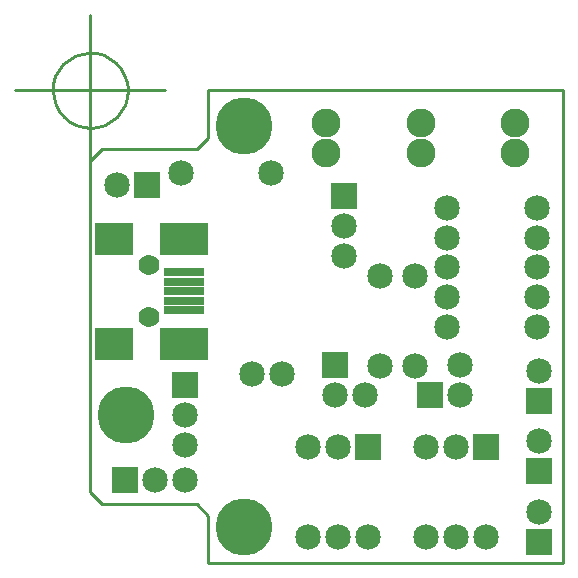
<source format=gts>
G04 (created by PCBNEW-RS274X (2011-nov-30)-testing) date Sun 23 Sep 2012 15:57:18 CEST*
%MOIN*%
G04 Gerber Fmt 3.4, Leading zero omitted, Abs format*
%FSLAX34Y34*%
G01*
G70*
G90*
G04 APERTURE LIST*
%ADD10C,0.006*%
%ADD11C,0.01*%
%ADD12R,0.1338X0.0315*%
%ADD13R,0.1599X0.1087*%
%ADD14R,0.1284X0.1087*%
%ADD15C,0.0694*%
%ADD16R,0.085X0.085*%
%ADD17C,0.085*%
%ADD18C,0.096*%
%ADD19C,0.19*%
G04 APERTURE END LIST*
G54D10*
G54D11*
X5974Y-4724D02*
X5950Y-4966D01*
X5879Y-5200D01*
X5765Y-5415D01*
X5610Y-5604D01*
X5422Y-5760D01*
X5208Y-5876D01*
X4975Y-5948D01*
X4732Y-5973D01*
X4490Y-5951D01*
X4256Y-5882D01*
X4040Y-5769D01*
X3850Y-5617D01*
X3693Y-5430D01*
X3576Y-5216D01*
X3502Y-4983D01*
X3475Y-4741D01*
X3495Y-4499D01*
X3562Y-4264D01*
X3674Y-4047D01*
X3825Y-3856D01*
X4011Y-3698D01*
X4224Y-3579D01*
X4456Y-3504D01*
X4698Y-3475D01*
X4941Y-3493D01*
X5176Y-3559D01*
X5393Y-3669D01*
X5586Y-3819D01*
X5745Y-4004D01*
X5865Y-4216D01*
X5942Y-4448D01*
X5973Y-4690D01*
X5974Y-4724D01*
X2224Y-4724D02*
X7224Y-4724D01*
X4724Y-2224D02*
X4724Y-7224D01*
X5974Y-4724D02*
X5950Y-4966D01*
X5879Y-5200D01*
X5765Y-5415D01*
X5610Y-5604D01*
X5422Y-5760D01*
X5208Y-5876D01*
X4975Y-5948D01*
X4732Y-5973D01*
X4490Y-5951D01*
X4256Y-5882D01*
X4040Y-5769D01*
X3850Y-5617D01*
X3693Y-5430D01*
X3576Y-5216D01*
X3502Y-4983D01*
X3475Y-4741D01*
X3495Y-4499D01*
X3562Y-4264D01*
X3674Y-4047D01*
X3825Y-3856D01*
X4011Y-3698D01*
X4224Y-3579D01*
X4456Y-3504D01*
X4698Y-3475D01*
X4941Y-3493D01*
X5176Y-3559D01*
X5393Y-3669D01*
X5586Y-3819D01*
X5745Y-4004D01*
X5865Y-4216D01*
X5942Y-4448D01*
X5973Y-4690D01*
X5974Y-4724D01*
X2224Y-4724D02*
X7224Y-4724D01*
X4724Y-2224D02*
X4724Y-7224D01*
X4724Y-18111D02*
X4724Y-7087D01*
X5118Y-18505D02*
X4724Y-18111D01*
X8268Y-18505D02*
X5118Y-18505D01*
X8661Y-18898D02*
X8268Y-18505D01*
X8661Y-20472D02*
X8661Y-18898D01*
X20472Y-20472D02*
X8661Y-20472D01*
X20472Y-4724D02*
X20472Y-20472D01*
X8661Y-4724D02*
X20472Y-4724D01*
X8661Y-6300D02*
X8661Y-4724D01*
X8268Y-6693D02*
X8661Y-6300D01*
X5118Y-6693D02*
X8268Y-6693D01*
X4724Y-7087D02*
X5118Y-6693D01*
G54D12*
X7835Y-11417D03*
X7835Y-11732D03*
X7835Y-12047D03*
X7835Y-11102D03*
X7835Y-10787D03*
G54D13*
X7835Y-9665D03*
X7835Y-13169D03*
G54D14*
X5512Y-9665D03*
X5512Y-13169D03*
G54D15*
X6693Y-10551D03*
X6693Y-12283D03*
G54D16*
X7874Y-14551D03*
G54D17*
X7874Y-15551D03*
X7874Y-16551D03*
G54D16*
X13189Y-8252D03*
G54D17*
X13189Y-9252D03*
X13189Y-10252D03*
G54D16*
X19685Y-15067D03*
G54D17*
X19685Y-14067D03*
G54D16*
X19685Y-17429D03*
G54D17*
X19685Y-16429D03*
G54D16*
X19685Y-19791D03*
G54D17*
X19685Y-18791D03*
X16610Y-8661D03*
X19610Y-8661D03*
X19610Y-12598D03*
X16610Y-12598D03*
X19610Y-11614D03*
X16610Y-11614D03*
X19610Y-10630D03*
X16610Y-10630D03*
X10752Y-7480D03*
X7752Y-7480D03*
X16610Y-9646D03*
X19610Y-9646D03*
X14370Y-13902D03*
X14370Y-10902D03*
X15551Y-13902D03*
X15551Y-10902D03*
G54D18*
X12598Y-5799D03*
X12598Y-6799D03*
X18898Y-5799D03*
X18898Y-6799D03*
X15748Y-5799D03*
X15748Y-6799D03*
G54D16*
X6602Y-7874D03*
G54D17*
X5602Y-7874D03*
X10130Y-14173D03*
X11130Y-14173D03*
G54D16*
X12886Y-13870D03*
G54D17*
X12886Y-14870D03*
X13886Y-14870D03*
G54D16*
X16035Y-14870D03*
G54D17*
X17035Y-14870D03*
X17035Y-13870D03*
G54D19*
X9843Y-19291D03*
X9843Y-5906D03*
X5906Y-15551D03*
G54D16*
X5890Y-17717D03*
G54D17*
X6890Y-17717D03*
X7890Y-17717D03*
G54D16*
X13992Y-16610D03*
G54D17*
X12992Y-16610D03*
X11992Y-16610D03*
X11992Y-19610D03*
X12992Y-19610D03*
X13992Y-19610D03*
G54D16*
X17929Y-16610D03*
G54D17*
X16929Y-16610D03*
X15929Y-16610D03*
X15929Y-19610D03*
X16929Y-19610D03*
X17929Y-19610D03*
M02*

</source>
